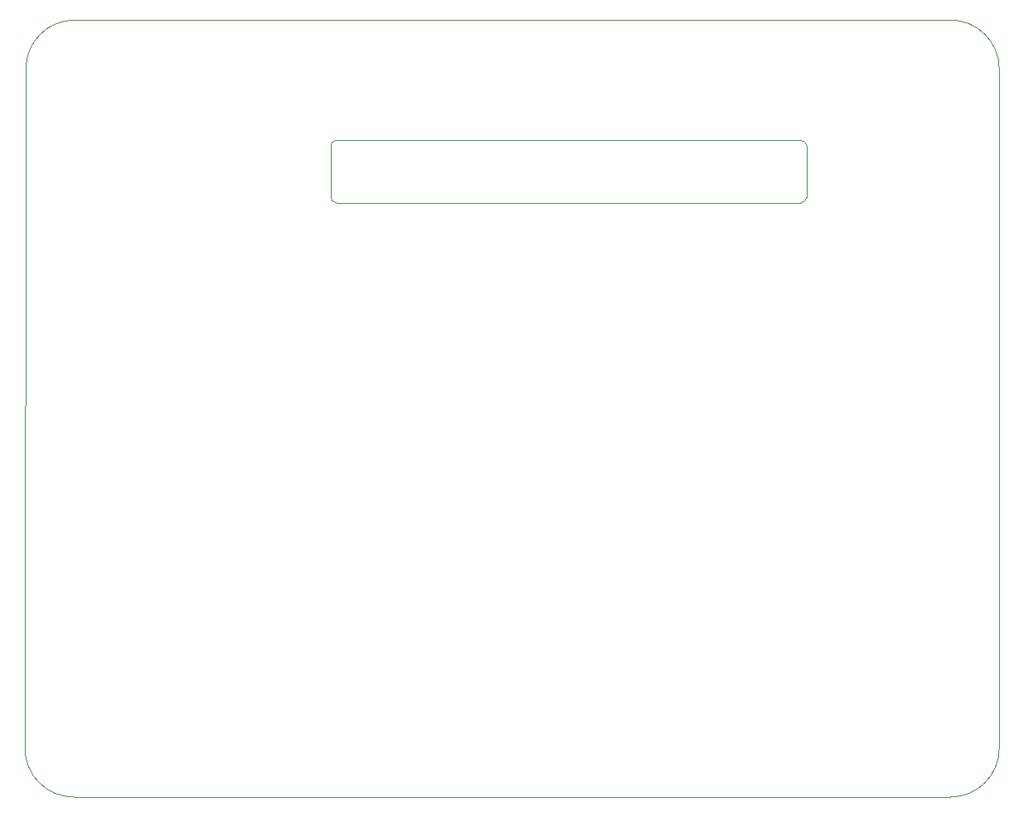
<source format=gbr>
%TF.GenerationSoftware,KiCad,Pcbnew,7.0.6-0*%
%TF.CreationDate,2023-08-19T14:39:05+10:00*%
%TF.ProjectId,rear_screen,72656172-5f73-4637-9265-656e2e6b6963,0*%
%TF.SameCoordinates,Original*%
%TF.FileFunction,Profile,NP*%
%FSLAX46Y46*%
G04 Gerber Fmt 4.6, Leading zero omitted, Abs format (unit mm)*
G04 Created by KiCad (PCBNEW 7.0.6-0) date 2023-08-19 14:39:05*
%MOMM*%
%LPD*%
G01*
G04 APERTURE LIST*
%TA.AperFunction,Profile*%
%ADD10C,0.100000*%
%TD*%
G04 APERTURE END LIST*
D10*
X157950000Y-80365685D02*
G75*
G03*
X158515685Y-79800000I0J565685D01*
G01*
X173200000Y-141100000D02*
G75*
G03*
X178200000Y-136100000I0J5000000D01*
G01*
X158515700Y-74565685D02*
G75*
G03*
X157950000Y-74000000I-565700J-15D01*
G01*
X173200000Y-141100000D02*
X83700000Y-141100000D01*
X158515685Y-79800000D02*
X158515685Y-74565685D01*
X110500000Y-74000015D02*
G75*
G03*
X109934315Y-74565685I0J-565685D01*
G01*
X78700000Y-136100000D02*
X78800000Y-66700000D01*
X78700000Y-136100000D02*
G75*
G03*
X83700000Y-141100000I5000000J0D01*
G01*
X109950015Y-79800000D02*
G75*
G03*
X110515685Y-80365685I565685J0D01*
G01*
X157950000Y-74000000D02*
X110500000Y-74000000D01*
X178200000Y-66700000D02*
G75*
G03*
X173200000Y-61700000I-5000000J0D01*
G01*
X110515685Y-80365685D02*
X157950000Y-80365685D01*
X83800000Y-61700000D02*
X173200000Y-61700000D01*
X83800000Y-61700000D02*
G75*
G03*
X78800000Y-66700000I0J-5000000D01*
G01*
X109934315Y-74565685D02*
X109950000Y-79800000D01*
X178200000Y-66700000D02*
X178200000Y-136100000D01*
M02*

</source>
